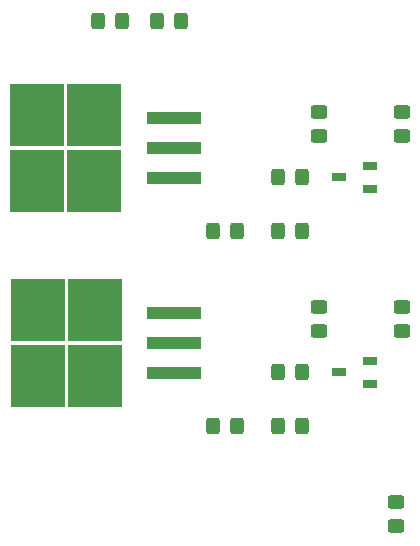
<source format=gtp>
G04 #@! TF.GenerationSoftware,KiCad,Pcbnew,(6.0.7)*
G04 #@! TF.CreationDate,2023-02-11T16:50:08-06:00*
G04 #@! TF.ProjectId,ContactorDriver,436f6e74-6163-4746-9f72-447269766572,rev?*
G04 #@! TF.SameCoordinates,Original*
G04 #@! TF.FileFunction,Paste,Top*
G04 #@! TF.FilePolarity,Positive*
%FSLAX46Y46*%
G04 Gerber Fmt 4.6, Leading zero omitted, Abs format (unit mm)*
G04 Created by KiCad (PCBNEW (6.0.7)) date 2023-02-11 16:50:08*
%MOMM*%
%LPD*%
G01*
G04 APERTURE LIST*
G04 Aperture macros list*
%AMRoundRect*
0 Rectangle with rounded corners*
0 $1 Rounding radius*
0 $2 $3 $4 $5 $6 $7 $8 $9 X,Y pos of 4 corners*
0 Add a 4 corners polygon primitive as box body*
4,1,4,$2,$3,$4,$5,$6,$7,$8,$9,$2,$3,0*
0 Add four circle primitives for the rounded corners*
1,1,$1+$1,$2,$3*
1,1,$1+$1,$4,$5*
1,1,$1+$1,$6,$7*
1,1,$1+$1,$8,$9*
0 Add four rect primitives between the rounded corners*
20,1,$1+$1,$2,$3,$4,$5,0*
20,1,$1+$1,$4,$5,$6,$7,0*
20,1,$1+$1,$6,$7,$8,$9,0*
20,1,$1+$1,$8,$9,$2,$3,0*%
G04 Aperture macros list end*
%ADD10RoundRect,0.250000X-0.325000X-0.450000X0.325000X-0.450000X0.325000X0.450000X-0.325000X0.450000X0*%
%ADD11R,4.550000X5.250000*%
%ADD12R,4.600000X1.100000*%
%ADD13R,1.220000X0.650000*%
%ADD14RoundRect,0.250000X0.450000X-0.325000X0.450000X0.325000X-0.450000X0.325000X-0.450000X-0.325000X0*%
%ADD15RoundRect,0.250000X0.325000X0.450000X-0.325000X0.450000X-0.325000X-0.450000X0.325000X-0.450000X0*%
%ADD16RoundRect,0.250000X-0.450000X0.325000X-0.450000X-0.325000X0.450000X-0.325000X0.450000X0.325000X0*%
G04 APERTURE END LIST*
D10*
X198975000Y-91000000D03*
X201025000Y-91000000D03*
X198975000Y-107500000D03*
X201025000Y-107500000D03*
D11*
X188925000Y-81225000D03*
X184075000Y-81225000D03*
X188925000Y-86775000D03*
X184075000Y-86775000D03*
D12*
X195650000Y-86540000D03*
X195650000Y-84000000D03*
X195650000Y-81460000D03*
D13*
X212310000Y-103950000D03*
X212310000Y-102050000D03*
X209690000Y-103000000D03*
D11*
X184150000Y-103275000D03*
X184150000Y-97725000D03*
X189000000Y-97725000D03*
X189000000Y-103275000D03*
D12*
X195725000Y-103040000D03*
X195725000Y-100500000D03*
X195725000Y-97960000D03*
D14*
X215000000Y-83025000D03*
X215000000Y-80975000D03*
D10*
X204475000Y-86500000D03*
X206525000Y-86500000D03*
X204475000Y-91000000D03*
X206525000Y-91000000D03*
D14*
X215000000Y-99525000D03*
X215000000Y-97475000D03*
X208000000Y-83025000D03*
X208000000Y-80975000D03*
D10*
X204475000Y-107500000D03*
X206525000Y-107500000D03*
X204475000Y-103000000D03*
X206525000Y-103000000D03*
D13*
X212310000Y-87450000D03*
X212310000Y-85550000D03*
X209690000Y-86500000D03*
D14*
X208000000Y-99525000D03*
X208000000Y-97475000D03*
D15*
X196275000Y-73250000D03*
X194225000Y-73250000D03*
X191275000Y-73250000D03*
X189225000Y-73250000D03*
D16*
X214500000Y-113975000D03*
X214500000Y-116025000D03*
M02*

</source>
